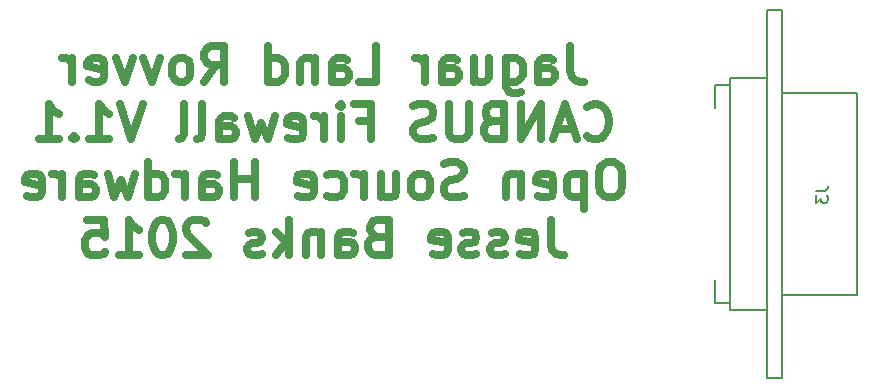
<source format=gbo>
G04 #@! TF.FileFunction,Legend,Bot*
%FSLAX46Y46*%
G04 Gerber Fmt 4.6, Leading zero omitted, Abs format (unit mm)*
G04 Created by KiCad (PCBNEW (2015-07-11 BZR 5925, Git c291b88)-product) date 9/9/2015 4:31:27 PM*
%MOMM*%
G01*
G04 APERTURE LIST*
%ADD10C,0.100000*%
%ADD11C,0.700000*%
%ADD12C,0.150000*%
G04 APERTURE END LIST*
D10*
D11*
X95757143Y-129907143D02*
X95757143Y-132050000D01*
X95900001Y-132478571D01*
X96185715Y-132764286D01*
X96614286Y-132907143D01*
X96900001Y-132907143D01*
X93042858Y-132907143D02*
X93042858Y-131335714D01*
X93185715Y-131050000D01*
X93471429Y-130907143D01*
X94042858Y-130907143D01*
X94328572Y-131050000D01*
X93042858Y-132764286D02*
X93328572Y-132907143D01*
X94042858Y-132907143D01*
X94328572Y-132764286D01*
X94471429Y-132478571D01*
X94471429Y-132192857D01*
X94328572Y-131907143D01*
X94042858Y-131764286D01*
X93328572Y-131764286D01*
X93042858Y-131621429D01*
X90328572Y-130907143D02*
X90328572Y-133335714D01*
X90471429Y-133621429D01*
X90614286Y-133764286D01*
X90900001Y-133907143D01*
X91328572Y-133907143D01*
X91614286Y-133764286D01*
X90328572Y-132764286D02*
X90614286Y-132907143D01*
X91185715Y-132907143D01*
X91471429Y-132764286D01*
X91614286Y-132621429D01*
X91757143Y-132335714D01*
X91757143Y-131478571D01*
X91614286Y-131192857D01*
X91471429Y-131050000D01*
X91185715Y-130907143D01*
X90614286Y-130907143D01*
X90328572Y-131050000D01*
X87614286Y-130907143D02*
X87614286Y-132907143D01*
X88900000Y-130907143D02*
X88900000Y-132478571D01*
X88757143Y-132764286D01*
X88471429Y-132907143D01*
X88042857Y-132907143D01*
X87757143Y-132764286D01*
X87614286Y-132621429D01*
X84900000Y-132907143D02*
X84900000Y-131335714D01*
X85042857Y-131050000D01*
X85328571Y-130907143D01*
X85900000Y-130907143D01*
X86185714Y-131050000D01*
X84900000Y-132764286D02*
X85185714Y-132907143D01*
X85900000Y-132907143D01*
X86185714Y-132764286D01*
X86328571Y-132478571D01*
X86328571Y-132192857D01*
X86185714Y-131907143D01*
X85900000Y-131764286D01*
X85185714Y-131764286D01*
X84900000Y-131621429D01*
X83471428Y-132907143D02*
X83471428Y-130907143D01*
X83471428Y-131478571D02*
X83328571Y-131192857D01*
X83185714Y-131050000D01*
X82900000Y-130907143D01*
X82614285Y-130907143D01*
X77900000Y-132907143D02*
X79328571Y-132907143D01*
X79328571Y-129907143D01*
X75614286Y-132907143D02*
X75614286Y-131335714D01*
X75757143Y-131050000D01*
X76042857Y-130907143D01*
X76614286Y-130907143D01*
X76900000Y-131050000D01*
X75614286Y-132764286D02*
X75900000Y-132907143D01*
X76614286Y-132907143D01*
X76900000Y-132764286D01*
X77042857Y-132478571D01*
X77042857Y-132192857D01*
X76900000Y-131907143D01*
X76614286Y-131764286D01*
X75900000Y-131764286D01*
X75614286Y-131621429D01*
X74185714Y-130907143D02*
X74185714Y-132907143D01*
X74185714Y-131192857D02*
X74042857Y-131050000D01*
X73757143Y-130907143D01*
X73328571Y-130907143D01*
X73042857Y-131050000D01*
X72900000Y-131335714D01*
X72900000Y-132907143D01*
X70185714Y-132907143D02*
X70185714Y-129907143D01*
X70185714Y-132764286D02*
X70471428Y-132907143D01*
X71042857Y-132907143D01*
X71328571Y-132764286D01*
X71471428Y-132621429D01*
X71614285Y-132335714D01*
X71614285Y-131478571D01*
X71471428Y-131192857D01*
X71328571Y-131050000D01*
X71042857Y-130907143D01*
X70471428Y-130907143D01*
X70185714Y-131050000D01*
X64757143Y-132907143D02*
X65757143Y-131478571D01*
X66471428Y-132907143D02*
X66471428Y-129907143D01*
X65328571Y-129907143D01*
X65042857Y-130050000D01*
X64900000Y-130192857D01*
X64757143Y-130478571D01*
X64757143Y-130907143D01*
X64900000Y-131192857D01*
X65042857Y-131335714D01*
X65328571Y-131478571D01*
X66471428Y-131478571D01*
X63042857Y-132907143D02*
X63328571Y-132764286D01*
X63471428Y-132621429D01*
X63614285Y-132335714D01*
X63614285Y-131478571D01*
X63471428Y-131192857D01*
X63328571Y-131050000D01*
X63042857Y-130907143D01*
X62614285Y-130907143D01*
X62328571Y-131050000D01*
X62185714Y-131192857D01*
X62042857Y-131478571D01*
X62042857Y-132335714D01*
X62185714Y-132621429D01*
X62328571Y-132764286D01*
X62614285Y-132907143D01*
X63042857Y-132907143D01*
X61042857Y-130907143D02*
X60328571Y-132907143D01*
X59614285Y-130907143D01*
X58757143Y-130907143D02*
X58042857Y-132907143D01*
X57328571Y-130907143D01*
X55042857Y-132764286D02*
X55328571Y-132907143D01*
X55900000Y-132907143D01*
X56185714Y-132764286D01*
X56328571Y-132478571D01*
X56328571Y-131335714D01*
X56185714Y-131050000D01*
X55900000Y-130907143D01*
X55328571Y-130907143D01*
X55042857Y-131050000D01*
X54900000Y-131335714D01*
X54900000Y-131621429D01*
X56328571Y-131907143D01*
X53614285Y-132907143D02*
X53614285Y-130907143D01*
X53614285Y-131478571D02*
X53471428Y-131192857D01*
X53328571Y-131050000D01*
X53042857Y-130907143D01*
X52757142Y-130907143D01*
X97185715Y-137521429D02*
X97328572Y-137664286D01*
X97757143Y-137807143D01*
X98042857Y-137807143D01*
X98471429Y-137664286D01*
X98757143Y-137378571D01*
X98900000Y-137092857D01*
X99042857Y-136521429D01*
X99042857Y-136092857D01*
X98900000Y-135521429D01*
X98757143Y-135235714D01*
X98471429Y-134950000D01*
X98042857Y-134807143D01*
X97757143Y-134807143D01*
X97328572Y-134950000D01*
X97185715Y-135092857D01*
X96042857Y-136950000D02*
X94614286Y-136950000D01*
X96328572Y-137807143D02*
X95328572Y-134807143D01*
X94328572Y-137807143D01*
X93328571Y-137807143D02*
X93328571Y-134807143D01*
X91614286Y-137807143D01*
X91614286Y-134807143D01*
X89185714Y-136235714D02*
X88757143Y-136378571D01*
X88614286Y-136521429D01*
X88471429Y-136807143D01*
X88471429Y-137235714D01*
X88614286Y-137521429D01*
X88757143Y-137664286D01*
X89042857Y-137807143D01*
X90185714Y-137807143D01*
X90185714Y-134807143D01*
X89185714Y-134807143D01*
X88900000Y-134950000D01*
X88757143Y-135092857D01*
X88614286Y-135378571D01*
X88614286Y-135664286D01*
X88757143Y-135950000D01*
X88900000Y-136092857D01*
X89185714Y-136235714D01*
X90185714Y-136235714D01*
X87185714Y-134807143D02*
X87185714Y-137235714D01*
X87042857Y-137521429D01*
X86900000Y-137664286D01*
X86614286Y-137807143D01*
X86042857Y-137807143D01*
X85757143Y-137664286D01*
X85614286Y-137521429D01*
X85471429Y-137235714D01*
X85471429Y-134807143D01*
X84185714Y-137664286D02*
X83757143Y-137807143D01*
X83042857Y-137807143D01*
X82757143Y-137664286D01*
X82614286Y-137521429D01*
X82471429Y-137235714D01*
X82471429Y-136950000D01*
X82614286Y-136664286D01*
X82757143Y-136521429D01*
X83042857Y-136378571D01*
X83614286Y-136235714D01*
X83900000Y-136092857D01*
X84042857Y-135950000D01*
X84185714Y-135664286D01*
X84185714Y-135378571D01*
X84042857Y-135092857D01*
X83900000Y-134950000D01*
X83614286Y-134807143D01*
X82900000Y-134807143D01*
X82471429Y-134950000D01*
X77900000Y-136235714D02*
X78900000Y-136235714D01*
X78900000Y-137807143D02*
X78900000Y-134807143D01*
X77471429Y-134807143D01*
X76328571Y-137807143D02*
X76328571Y-135807143D01*
X76328571Y-134807143D02*
X76471428Y-134950000D01*
X76328571Y-135092857D01*
X76185714Y-134950000D01*
X76328571Y-134807143D01*
X76328571Y-135092857D01*
X74900000Y-137807143D02*
X74900000Y-135807143D01*
X74900000Y-136378571D02*
X74757143Y-136092857D01*
X74614286Y-135950000D01*
X74328572Y-135807143D01*
X74042857Y-135807143D01*
X71900000Y-137664286D02*
X72185714Y-137807143D01*
X72757143Y-137807143D01*
X73042857Y-137664286D01*
X73185714Y-137378571D01*
X73185714Y-136235714D01*
X73042857Y-135950000D01*
X72757143Y-135807143D01*
X72185714Y-135807143D01*
X71900000Y-135950000D01*
X71757143Y-136235714D01*
X71757143Y-136521429D01*
X73185714Y-136807143D01*
X70757143Y-135807143D02*
X70185714Y-137807143D01*
X69614285Y-136378571D01*
X69042857Y-137807143D01*
X68471428Y-135807143D01*
X66042857Y-137807143D02*
X66042857Y-136235714D01*
X66185714Y-135950000D01*
X66471428Y-135807143D01*
X67042857Y-135807143D01*
X67328571Y-135950000D01*
X66042857Y-137664286D02*
X66328571Y-137807143D01*
X67042857Y-137807143D01*
X67328571Y-137664286D01*
X67471428Y-137378571D01*
X67471428Y-137092857D01*
X67328571Y-136807143D01*
X67042857Y-136664286D01*
X66328571Y-136664286D01*
X66042857Y-136521429D01*
X64185714Y-137807143D02*
X64471428Y-137664286D01*
X64614285Y-137378571D01*
X64614285Y-134807143D01*
X62614285Y-137807143D02*
X62899999Y-137664286D01*
X63042856Y-137378571D01*
X63042856Y-134807143D01*
X59614285Y-134807143D02*
X58614285Y-137807143D01*
X57614285Y-134807143D01*
X55042856Y-137807143D02*
X56757141Y-137807143D01*
X55899999Y-137807143D02*
X55899999Y-134807143D01*
X56185713Y-135235714D01*
X56471427Y-135521429D01*
X56757141Y-135664286D01*
X53757141Y-137521429D02*
X53614284Y-137664286D01*
X53757141Y-137807143D01*
X53899998Y-137664286D01*
X53757141Y-137521429D01*
X53757141Y-137807143D01*
X50757142Y-137807143D02*
X52471427Y-137807143D01*
X51614285Y-137807143D02*
X51614285Y-134807143D01*
X51899999Y-135235714D01*
X52185713Y-135521429D01*
X52471427Y-135664286D01*
X99471430Y-139707143D02*
X98900001Y-139707143D01*
X98614287Y-139850000D01*
X98328573Y-140135714D01*
X98185715Y-140707143D01*
X98185715Y-141707143D01*
X98328573Y-142278571D01*
X98614287Y-142564286D01*
X98900001Y-142707143D01*
X99471430Y-142707143D01*
X99757144Y-142564286D01*
X100042858Y-142278571D01*
X100185715Y-141707143D01*
X100185715Y-140707143D01*
X100042858Y-140135714D01*
X99757144Y-139850000D01*
X99471430Y-139707143D01*
X96900001Y-140707143D02*
X96900001Y-143707143D01*
X96900001Y-140850000D02*
X96614287Y-140707143D01*
X96042858Y-140707143D01*
X95757144Y-140850000D01*
X95614287Y-140992857D01*
X95471430Y-141278571D01*
X95471430Y-142135714D01*
X95614287Y-142421429D01*
X95757144Y-142564286D01*
X96042858Y-142707143D01*
X96614287Y-142707143D01*
X96900001Y-142564286D01*
X93042858Y-142564286D02*
X93328572Y-142707143D01*
X93900001Y-142707143D01*
X94185715Y-142564286D01*
X94328572Y-142278571D01*
X94328572Y-141135714D01*
X94185715Y-140850000D01*
X93900001Y-140707143D01*
X93328572Y-140707143D01*
X93042858Y-140850000D01*
X92900001Y-141135714D01*
X92900001Y-141421429D01*
X94328572Y-141707143D01*
X91614286Y-140707143D02*
X91614286Y-142707143D01*
X91614286Y-140992857D02*
X91471429Y-140850000D01*
X91185715Y-140707143D01*
X90757143Y-140707143D01*
X90471429Y-140850000D01*
X90328572Y-141135714D01*
X90328572Y-142707143D01*
X86757143Y-142564286D02*
X86328572Y-142707143D01*
X85614286Y-142707143D01*
X85328572Y-142564286D01*
X85185715Y-142421429D01*
X85042858Y-142135714D01*
X85042858Y-141850000D01*
X85185715Y-141564286D01*
X85328572Y-141421429D01*
X85614286Y-141278571D01*
X86185715Y-141135714D01*
X86471429Y-140992857D01*
X86614286Y-140850000D01*
X86757143Y-140564286D01*
X86757143Y-140278571D01*
X86614286Y-139992857D01*
X86471429Y-139850000D01*
X86185715Y-139707143D01*
X85471429Y-139707143D01*
X85042858Y-139850000D01*
X83328572Y-142707143D02*
X83614286Y-142564286D01*
X83757143Y-142421429D01*
X83900000Y-142135714D01*
X83900000Y-141278571D01*
X83757143Y-140992857D01*
X83614286Y-140850000D01*
X83328572Y-140707143D01*
X82900000Y-140707143D01*
X82614286Y-140850000D01*
X82471429Y-140992857D01*
X82328572Y-141278571D01*
X82328572Y-142135714D01*
X82471429Y-142421429D01*
X82614286Y-142564286D01*
X82900000Y-142707143D01*
X83328572Y-142707143D01*
X79757143Y-140707143D02*
X79757143Y-142707143D01*
X81042857Y-140707143D02*
X81042857Y-142278571D01*
X80900000Y-142564286D01*
X80614286Y-142707143D01*
X80185714Y-142707143D01*
X79900000Y-142564286D01*
X79757143Y-142421429D01*
X78328571Y-142707143D02*
X78328571Y-140707143D01*
X78328571Y-141278571D02*
X78185714Y-140992857D01*
X78042857Y-140850000D01*
X77757143Y-140707143D01*
X77471428Y-140707143D01*
X75185714Y-142564286D02*
X75471428Y-142707143D01*
X76042857Y-142707143D01*
X76328571Y-142564286D01*
X76471428Y-142421429D01*
X76614285Y-142135714D01*
X76614285Y-141278571D01*
X76471428Y-140992857D01*
X76328571Y-140850000D01*
X76042857Y-140707143D01*
X75471428Y-140707143D01*
X75185714Y-140850000D01*
X72757142Y-142564286D02*
X73042856Y-142707143D01*
X73614285Y-142707143D01*
X73899999Y-142564286D01*
X74042856Y-142278571D01*
X74042856Y-141135714D01*
X73899999Y-140850000D01*
X73614285Y-140707143D01*
X73042856Y-140707143D01*
X72757142Y-140850000D01*
X72614285Y-141135714D01*
X72614285Y-141421429D01*
X74042856Y-141707143D01*
X69042856Y-142707143D02*
X69042856Y-139707143D01*
X69042856Y-141135714D02*
X67328571Y-141135714D01*
X67328571Y-142707143D02*
X67328571Y-139707143D01*
X64614285Y-142707143D02*
X64614285Y-141135714D01*
X64757142Y-140850000D01*
X65042856Y-140707143D01*
X65614285Y-140707143D01*
X65899999Y-140850000D01*
X64614285Y-142564286D02*
X64899999Y-142707143D01*
X65614285Y-142707143D01*
X65899999Y-142564286D01*
X66042856Y-142278571D01*
X66042856Y-141992857D01*
X65899999Y-141707143D01*
X65614285Y-141564286D01*
X64899999Y-141564286D01*
X64614285Y-141421429D01*
X63185713Y-142707143D02*
X63185713Y-140707143D01*
X63185713Y-141278571D02*
X63042856Y-140992857D01*
X62899999Y-140850000D01*
X62614285Y-140707143D01*
X62328570Y-140707143D01*
X60042856Y-142707143D02*
X60042856Y-139707143D01*
X60042856Y-142564286D02*
X60328570Y-142707143D01*
X60899999Y-142707143D01*
X61185713Y-142564286D01*
X61328570Y-142421429D01*
X61471427Y-142135714D01*
X61471427Y-141278571D01*
X61328570Y-140992857D01*
X61185713Y-140850000D01*
X60899999Y-140707143D01*
X60328570Y-140707143D01*
X60042856Y-140850000D01*
X58899999Y-140707143D02*
X58328570Y-142707143D01*
X57757141Y-141278571D01*
X57185713Y-142707143D01*
X56614284Y-140707143D01*
X54185713Y-142707143D02*
X54185713Y-141135714D01*
X54328570Y-140850000D01*
X54614284Y-140707143D01*
X55185713Y-140707143D01*
X55471427Y-140850000D01*
X54185713Y-142564286D02*
X54471427Y-142707143D01*
X55185713Y-142707143D01*
X55471427Y-142564286D01*
X55614284Y-142278571D01*
X55614284Y-141992857D01*
X55471427Y-141707143D01*
X55185713Y-141564286D01*
X54471427Y-141564286D01*
X54185713Y-141421429D01*
X52757141Y-142707143D02*
X52757141Y-140707143D01*
X52757141Y-141278571D02*
X52614284Y-140992857D01*
X52471427Y-140850000D01*
X52185713Y-140707143D01*
X51899998Y-140707143D01*
X49757141Y-142564286D02*
X50042855Y-142707143D01*
X50614284Y-142707143D01*
X50899998Y-142564286D01*
X51042855Y-142278571D01*
X51042855Y-141135714D01*
X50899998Y-140850000D01*
X50614284Y-140707143D01*
X50042855Y-140707143D01*
X49757141Y-140850000D01*
X49614284Y-141135714D01*
X49614284Y-141421429D01*
X51042855Y-141707143D01*
X94114285Y-144607143D02*
X94114285Y-146750000D01*
X94257143Y-147178571D01*
X94542857Y-147464286D01*
X94971428Y-147607143D01*
X95257143Y-147607143D01*
X91542857Y-147464286D02*
X91828571Y-147607143D01*
X92400000Y-147607143D01*
X92685714Y-147464286D01*
X92828571Y-147178571D01*
X92828571Y-146035714D01*
X92685714Y-145750000D01*
X92400000Y-145607143D01*
X91828571Y-145607143D01*
X91542857Y-145750000D01*
X91400000Y-146035714D01*
X91400000Y-146321429D01*
X92828571Y-146607143D01*
X90257142Y-147464286D02*
X89971428Y-147607143D01*
X89400000Y-147607143D01*
X89114285Y-147464286D01*
X88971428Y-147178571D01*
X88971428Y-147035714D01*
X89114285Y-146750000D01*
X89400000Y-146607143D01*
X89828571Y-146607143D01*
X90114285Y-146464286D01*
X90257142Y-146178571D01*
X90257142Y-146035714D01*
X90114285Y-145750000D01*
X89828571Y-145607143D01*
X89400000Y-145607143D01*
X89114285Y-145750000D01*
X87828571Y-147464286D02*
X87542857Y-147607143D01*
X86971429Y-147607143D01*
X86685714Y-147464286D01*
X86542857Y-147178571D01*
X86542857Y-147035714D01*
X86685714Y-146750000D01*
X86971429Y-146607143D01*
X87400000Y-146607143D01*
X87685714Y-146464286D01*
X87828571Y-146178571D01*
X87828571Y-146035714D01*
X87685714Y-145750000D01*
X87400000Y-145607143D01*
X86971429Y-145607143D01*
X86685714Y-145750000D01*
X84114286Y-147464286D02*
X84400000Y-147607143D01*
X84971429Y-147607143D01*
X85257143Y-147464286D01*
X85400000Y-147178571D01*
X85400000Y-146035714D01*
X85257143Y-145750000D01*
X84971429Y-145607143D01*
X84400000Y-145607143D01*
X84114286Y-145750000D01*
X83971429Y-146035714D01*
X83971429Y-146321429D01*
X85400000Y-146607143D01*
X79400000Y-146035714D02*
X78971429Y-146178571D01*
X78828572Y-146321429D01*
X78685715Y-146607143D01*
X78685715Y-147035714D01*
X78828572Y-147321429D01*
X78971429Y-147464286D01*
X79257143Y-147607143D01*
X80400000Y-147607143D01*
X80400000Y-144607143D01*
X79400000Y-144607143D01*
X79114286Y-144750000D01*
X78971429Y-144892857D01*
X78828572Y-145178571D01*
X78828572Y-145464286D01*
X78971429Y-145750000D01*
X79114286Y-145892857D01*
X79400000Y-146035714D01*
X80400000Y-146035714D01*
X76114286Y-147607143D02*
X76114286Y-146035714D01*
X76257143Y-145750000D01*
X76542857Y-145607143D01*
X77114286Y-145607143D01*
X77400000Y-145750000D01*
X76114286Y-147464286D02*
X76400000Y-147607143D01*
X77114286Y-147607143D01*
X77400000Y-147464286D01*
X77542857Y-147178571D01*
X77542857Y-146892857D01*
X77400000Y-146607143D01*
X77114286Y-146464286D01*
X76400000Y-146464286D01*
X76114286Y-146321429D01*
X74685714Y-145607143D02*
X74685714Y-147607143D01*
X74685714Y-145892857D02*
X74542857Y-145750000D01*
X74257143Y-145607143D01*
X73828571Y-145607143D01*
X73542857Y-145750000D01*
X73400000Y-146035714D01*
X73400000Y-147607143D01*
X71971428Y-147607143D02*
X71971428Y-144607143D01*
X71685714Y-146464286D02*
X70828571Y-147607143D01*
X70828571Y-145607143D02*
X71971428Y-146750000D01*
X69685714Y-147464286D02*
X69400000Y-147607143D01*
X68828572Y-147607143D01*
X68542857Y-147464286D01*
X68400000Y-147178571D01*
X68400000Y-147035714D01*
X68542857Y-146750000D01*
X68828572Y-146607143D01*
X69257143Y-146607143D01*
X69542857Y-146464286D01*
X69685714Y-146178571D01*
X69685714Y-146035714D01*
X69542857Y-145750000D01*
X69257143Y-145607143D01*
X68828572Y-145607143D01*
X68542857Y-145750000D01*
X64971429Y-144892857D02*
X64828572Y-144750000D01*
X64542858Y-144607143D01*
X63828572Y-144607143D01*
X63542858Y-144750000D01*
X63400001Y-144892857D01*
X63257144Y-145178571D01*
X63257144Y-145464286D01*
X63400001Y-145892857D01*
X65114287Y-147607143D01*
X63257144Y-147607143D01*
X61400001Y-144607143D02*
X61114286Y-144607143D01*
X60828572Y-144750000D01*
X60685715Y-144892857D01*
X60542858Y-145178571D01*
X60400001Y-145750000D01*
X60400001Y-146464286D01*
X60542858Y-147035714D01*
X60685715Y-147321429D01*
X60828572Y-147464286D01*
X61114286Y-147607143D01*
X61400001Y-147607143D01*
X61685715Y-147464286D01*
X61828572Y-147321429D01*
X61971429Y-147035714D01*
X62114286Y-146464286D01*
X62114286Y-145750000D01*
X61971429Y-145178571D01*
X61828572Y-144892857D01*
X61685715Y-144750000D01*
X61400001Y-144607143D01*
X57542858Y-147607143D02*
X59257143Y-147607143D01*
X58400001Y-147607143D02*
X58400001Y-144607143D01*
X58685715Y-145035714D01*
X58971429Y-145321429D01*
X59257143Y-145464286D01*
X54828572Y-144607143D02*
X56257143Y-144607143D01*
X56400000Y-146035714D01*
X56257143Y-145892857D01*
X55971429Y-145750000D01*
X55257143Y-145750000D01*
X54971429Y-145892857D01*
X54828572Y-146035714D01*
X54685715Y-146321429D01*
X54685715Y-147035714D01*
X54828572Y-147321429D01*
X54971429Y-147464286D01*
X55257143Y-147607143D01*
X55971429Y-147607143D01*
X56257143Y-147464286D01*
X56400000Y-147321429D01*
D12*
X120065000Y-151009000D02*
X120065000Y-133864000D01*
X109270000Y-133229000D02*
X109270000Y-151644000D01*
X109270000Y-132594000D02*
X109270000Y-133229000D01*
X112445000Y-132594000D02*
X112445000Y-152279000D01*
X112445000Y-126879000D02*
X112445000Y-132594000D01*
X113715000Y-157994000D02*
X113715000Y-126879000D01*
X113715000Y-133864000D02*
X120065000Y-133864000D01*
X112445000Y-126879000D02*
X113715000Y-126879000D01*
X109270000Y-132594000D02*
X112445000Y-132594000D01*
X108000000Y-135134000D02*
X108000000Y-133229000D01*
X108000000Y-133229000D02*
X109270000Y-133229000D01*
X113715000Y-151009000D02*
X120065000Y-151009000D01*
X112445000Y-152279000D02*
X112445000Y-157994000D01*
X112445000Y-157994000D02*
X113715000Y-157994000D01*
X109270000Y-151644000D02*
X109270000Y-152279000D01*
X109270000Y-152279000D02*
X112445000Y-152279000D01*
X108000000Y-149739000D02*
X108000000Y-151644000D01*
X108000000Y-151644000D02*
X109270000Y-151644000D01*
X116596381Y-142166667D02*
X117310667Y-142166667D01*
X117453524Y-142119047D01*
X117548762Y-142023809D01*
X117596381Y-141880952D01*
X117596381Y-141785714D01*
X116596381Y-142547619D02*
X116596381Y-143166667D01*
X116977333Y-142833333D01*
X116977333Y-142976191D01*
X117024952Y-143071429D01*
X117072571Y-143119048D01*
X117167810Y-143166667D01*
X117405905Y-143166667D01*
X117501143Y-143119048D01*
X117548762Y-143071429D01*
X117596381Y-142976191D01*
X117596381Y-142690476D01*
X117548762Y-142595238D01*
X117501143Y-142547619D01*
M02*

</source>
